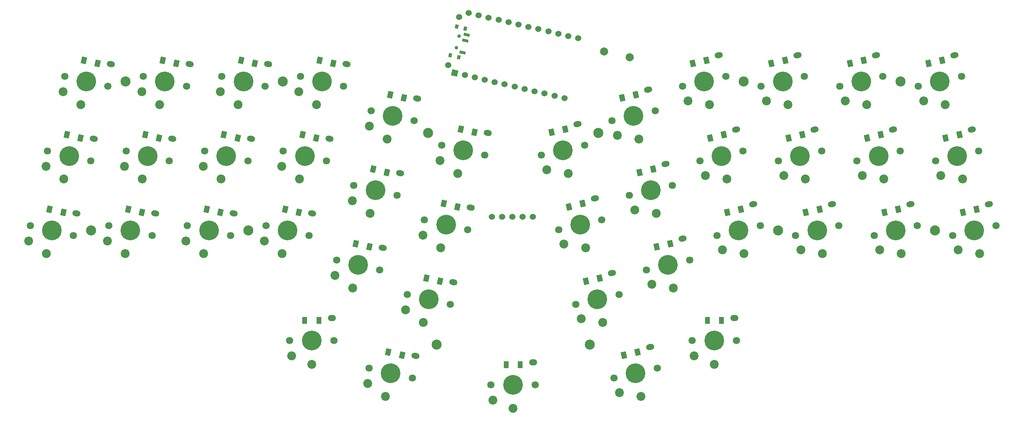
<source format=gbs>
G04 #@! TF.GenerationSoftware,KiCad,Pcbnew,(6.0.8-1)-1*
G04 #@! TF.CreationDate,2023-02-22T13:24:55+02:00*
G04 #@! TF.ProjectId,r41l2,7234316c-322e-46b6-9963-61645f706362,rev?*
G04 #@! TF.SameCoordinates,Original*
G04 #@! TF.FileFunction,Soldermask,Bot*
G04 #@! TF.FilePolarity,Negative*
%FSLAX46Y46*%
G04 Gerber Fmt 4.6, Leading zero omitted, Abs format (unit mm)*
G04 Created by KiCad (PCBNEW (6.0.8-1)-1) date 2023-02-22 13:24:55*
%MOMM*%
%LPD*%
G01*
G04 APERTURE LIST*
G04 Aperture macros list*
%AMHorizOval*
0 Thick line with rounded ends*
0 $1 width*
0 $2 $3 position (X,Y) of the first rounded end (center of the circle)*
0 $4 $5 position (X,Y) of the second rounded end (center of the circle)*
0 Add line between two ends*
20,1,$1,$2,$3,$4,$5,0*
0 Add two circle primitives to create the rounded ends*
1,1,$1,$2,$3*
1,1,$1,$4,$5*%
%AMRotRect*
0 Rectangle, with rotation*
0 The origin of the aperture is its center*
0 $1 length*
0 $2 width*
0 $3 Rotation angle, in degrees counterclockwise*
0 Add horizontal line*
21,1,$1,$2,0,0,$3*%
G04 Aperture macros list end*
%ADD10R,1.300000X1.700000*%
%ADD11C,2.500000*%
%ADD12O,2.000000X1.500000*%
%ADD13C,1.800000*%
%ADD14C,4.900000*%
%ADD15C,2.200000*%
%ADD16C,1.524000*%
%ADD17RotRect,1.524000X1.524000X347.000000*%
%ADD18HorizOval,1.500000X0.243593X-0.056238X-0.243593X0.056238X0*%
%ADD19RotRect,1.300000X1.700000X167.000000*%
%ADD20RotRect,1.300000X1.700000X193.000000*%
%ADD21HorizOval,1.500000X0.243593X0.056238X-0.243593X-0.056238X0*%
%ADD22C,2.000000*%
%ADD23C,0.900000*%
%ADD24RotRect,0.700000X1.500000X77.000000*%
%ADD25RotRect,1.000000X0.800000X77.000000*%
G04 APERTURE END LIST*
D10*
X147707283Y-71310418D03*
X144207283Y-71310418D03*
D11*
X80226390Y-37992954D03*
X167100724Y-13789101D03*
X88774530Y-966891D03*
X124813846Y-13789101D03*
X211688180Y-37992954D03*
X164957284Y-66310642D03*
X41226834Y-37992954D03*
X126957285Y-66310642D03*
X49774974Y-966891D03*
X250687736Y-37992954D03*
X242139596Y-966891D03*
X203140040Y-966891D03*
D12*
X150957285Y-70760419D03*
D13*
X151457285Y-76310419D03*
D14*
X145957285Y-76310419D03*
D13*
X140457285Y-76310419D03*
D15*
X140957285Y-80110419D03*
X145957285Y-82210419D03*
D10*
X197673144Y-60326672D03*
X194173144Y-60326672D03*
D13*
X190423139Y-65326673D03*
D14*
X195923139Y-65326673D03*
D12*
X200923139Y-59776673D03*
D13*
X201423139Y-65326673D03*
D15*
X190923139Y-69126673D03*
X195923139Y-71226673D03*
D12*
X100991426Y-59776672D03*
D13*
X101491426Y-65326672D03*
D14*
X95991426Y-65326672D03*
D13*
X90491426Y-65326672D03*
D15*
X90991426Y-69126672D03*
X95991426Y-71226672D03*
D10*
X97741427Y-60326673D03*
X94241427Y-60326673D03*
D16*
X129849345Y3115159D03*
D17*
X131486440Y1173118D03*
D16*
X133961340Y601742D03*
X136436240Y30367D03*
X138911140Y-541009D03*
X141386040Y-1112385D03*
X143860940Y-1683760D03*
X146335840Y-2255136D03*
X148810740Y-2826512D03*
X151285640Y-3397887D03*
X153760540Y-3969263D03*
X156235440Y-4540639D03*
X158710340Y-5112014D03*
X162138594Y9737385D03*
X159663694Y10308761D03*
X157188794Y10880137D03*
X154713894Y11451512D03*
X152238994Y12022888D03*
X149764094Y12594264D03*
X147289194Y13165639D03*
X144814294Y13737015D03*
X142339394Y14308391D03*
X139864494Y14879766D03*
X137389594Y15451142D03*
X134914694Y16022518D03*
X132591949Y14994678D03*
D14*
X129302915Y-36576199D03*
D13*
X134661950Y-37813430D03*
X123943880Y-35338968D03*
D18*
X135423244Y-32293200D03*
D15*
X123576251Y-39154050D03*
X127975704Y-42324982D03*
D19*
X132132824Y-32098013D03*
X128722528Y-31310685D03*
X127858752Y-50611044D03*
X124448456Y-49823716D03*
D18*
X131149174Y-50806229D03*
D13*
X119669810Y-53851997D03*
D14*
X125028845Y-55089228D03*
D13*
X130387880Y-56326459D03*
D15*
X119302181Y-57667079D03*
X123701634Y-60838011D03*
D13*
X138936021Y-19300401D03*
X128217951Y-16825939D03*
D14*
X133576986Y-18063170D03*
D18*
X139697315Y-13780171D03*
D15*
X127850322Y-20641021D03*
X132249775Y-23811953D03*
D19*
X136406895Y-13584982D03*
X132996599Y-12797654D03*
X114606534Y-23549872D03*
X111196238Y-22762544D03*
D14*
X111776633Y-28028057D03*
D18*
X117896962Y-23745058D03*
D13*
X117135668Y-29265288D03*
X106417598Y-26790826D03*
D15*
X106049969Y-30605908D03*
X110449422Y-33776840D03*
D19*
X110332467Y-42062908D03*
X106922171Y-41275580D03*
D13*
X112861599Y-47778324D03*
X102143529Y-45303862D03*
D14*
X107502564Y-46541093D03*
D18*
X113622893Y-42258094D03*
D15*
X101775900Y-49118944D03*
X106175353Y-52289876D03*
D19*
X118880605Y-5036840D03*
X115470309Y-4249512D03*
D13*
X121409738Y-10752262D03*
X110691668Y-8277800D03*
D14*
X116050703Y-9515031D03*
D18*
X122171032Y-5232032D03*
D15*
X110324039Y-12092882D03*
X114723492Y-15263814D03*
D14*
X89976278Y-37992952D03*
D18*
X96096607Y-33709953D03*
D13*
X95335313Y-39230183D03*
X84617243Y-36755721D03*
D15*
X84249614Y-40570803D03*
X88649067Y-43741735D03*
D19*
X92806181Y-33514765D03*
X89395885Y-32727437D03*
D18*
X104644748Y3316109D03*
D13*
X93165384Y270341D03*
X103883454Y-2204121D03*
D14*
X98524419Y-966890D03*
D15*
X92797755Y-3544741D03*
X97197208Y-6715673D03*
D19*
X101354322Y3511298D03*
X97944026Y4298626D03*
D13*
X88891314Y-18242690D03*
D14*
X94250349Y-19479921D03*
D13*
X99609384Y-20717152D03*
D18*
X100370678Y-15196922D03*
D15*
X88523685Y-22057772D03*
X92923138Y-25228704D03*
D19*
X97080251Y-15001730D03*
X93669955Y-14214402D03*
D14*
X79024642Y-966889D03*
D18*
X85144971Y3316110D03*
D13*
X73665607Y270342D03*
X84383677Y-2204120D03*
D15*
X73297978Y-3544740D03*
X77697431Y-6715672D03*
D19*
X81854544Y3511296D03*
X78444248Y4298624D03*
D13*
X80109602Y-20717150D03*
D14*
X74750567Y-19479919D03*
D13*
X69391532Y-18242688D03*
D18*
X80870896Y-15196920D03*
D15*
X69023903Y-22057770D03*
X73423356Y-25228702D03*
D19*
X77580474Y-15001733D03*
X74170178Y-14214405D03*
D14*
X70476498Y-37992950D03*
D13*
X75835533Y-39230181D03*
X65117463Y-36755719D03*
D18*
X76596827Y-33709951D03*
D15*
X64749834Y-40570801D03*
X69149287Y-43741733D03*
D19*
X73306404Y-33514764D03*
X69896108Y-32727436D03*
D13*
X49891757Y-18242689D03*
D14*
X55250792Y-19479920D03*
D13*
X60609827Y-20717151D03*
D18*
X61371121Y-15196921D03*
D15*
X49524128Y-22057771D03*
X53923581Y-25228703D03*
D19*
X58080696Y-15001733D03*
X54670400Y-14214405D03*
D18*
X65645193Y3316113D03*
D14*
X59524864Y-966886D03*
D13*
X64883899Y-2204117D03*
X54165829Y270345D03*
D15*
X53798200Y-3544737D03*
X58197653Y-6715669D03*
D19*
X62354766Y3511297D03*
X58944470Y4298625D03*
X53806627Y-33514765D03*
X50396331Y-32727437D03*
D18*
X57097050Y-33709949D03*
D14*
X50976721Y-37992948D03*
D13*
X56335756Y-39230179D03*
X45617686Y-36755717D03*
D15*
X45250057Y-40570799D03*
X49649510Y-43741731D03*
D13*
X41110045Y-20717150D03*
X30391975Y-18242688D03*
D18*
X41871339Y-15196920D03*
D14*
X35751010Y-19479919D03*
D15*
X30024346Y-22057770D03*
X34423799Y-25228702D03*
D19*
X34306847Y-33514765D03*
X30896551Y-32727437D03*
D18*
X37597270Y-33709949D03*
D13*
X26117906Y-36755717D03*
D14*
X31476941Y-37992948D03*
D13*
X36835976Y-39230179D03*
D15*
X25750277Y-40570799D03*
X30149730Y-43741731D03*
D13*
X34666045Y270340D03*
X45384115Y-2204122D03*
D14*
X40025080Y-966891D03*
D18*
X46145409Y3316108D03*
D15*
X34298416Y-3544742D03*
X38697869Y-6715674D03*
D19*
X42854989Y3511298D03*
X39444693Y4298626D03*
X118393637Y-68951933D03*
X114983341Y-68164605D03*
D14*
X115563736Y-73430120D03*
D13*
X120922771Y-74667351D03*
D18*
X121684065Y-69147121D03*
D13*
X110204701Y-72192889D03*
D15*
X109837072Y-76007971D03*
X114236525Y-79178903D03*
D20*
X176836986Y-68186362D03*
X173426690Y-68973690D03*
D21*
X179974207Y-66897609D03*
D13*
X170991800Y-74667349D03*
D14*
X176350835Y-73430118D03*
D13*
X181709870Y-72192887D03*
D15*
X172333799Y-78257480D03*
X177678046Y-79178901D03*
D19*
X38580918Y-15001733D03*
X35170622Y-14214405D03*
D13*
X255078590Y-39230186D03*
D21*
X264060997Y-31460446D03*
D13*
X265796660Y-36755724D03*
D14*
X260437625Y-37992955D03*
D15*
X256420589Y-42820317D03*
X261764836Y-43741738D03*
D20*
X261018018Y-32727437D03*
X257607722Y-33514765D03*
D21*
X236013079Y5565622D03*
D13*
X227030672Y-2204118D03*
X237748742Y270344D03*
D14*
X232389707Y-966887D03*
D15*
X228372671Y-5794249D03*
X233716918Y-6715670D03*
D20*
X232970102Y4298626D03*
X229559806Y3511298D03*
D13*
X246296883Y-36755722D03*
X235578813Y-39230184D03*
D21*
X244561220Y-31460444D03*
D14*
X240937848Y-37992953D03*
D15*
X236920812Y-42820315D03*
X242265059Y-43741736D03*
D20*
X241518240Y-32727436D03*
X238107944Y-33514764D03*
D14*
X236663778Y-19479921D03*
D13*
X242022813Y-18242690D03*
D21*
X240287150Y-12947412D03*
D13*
X231304743Y-20717152D03*
D15*
X232646742Y-24307283D03*
X237990989Y-25228704D03*
D20*
X237244169Y-14214403D03*
X233833873Y-15001731D03*
D13*
X257248520Y270341D03*
D21*
X255512857Y5565619D03*
D14*
X251889485Y-966890D03*
D13*
X246530450Y-2204121D03*
D15*
X247872449Y-5794252D03*
X253216696Y-6715673D03*
D20*
X252469878Y4298625D03*
X249059582Y3511297D03*
D13*
X250804521Y-20717148D03*
D14*
X256163556Y-19479917D03*
D13*
X261522591Y-18242686D03*
D21*
X259786928Y-12947408D03*
D15*
X252146520Y-24307279D03*
X257490767Y-25228700D03*
D20*
X256743947Y-14214405D03*
X253333651Y-15001733D03*
D21*
X220787371Y-12947411D03*
D13*
X211804964Y-20717151D03*
D14*
X217163999Y-19479920D03*
D13*
X222523034Y-18242689D03*
D15*
X213146963Y-24307282D03*
X218491210Y-25228703D03*
D20*
X217744392Y-14214407D03*
X214334096Y-15001735D03*
D13*
X216079035Y-39230182D03*
D14*
X221438070Y-37992951D03*
D13*
X226797105Y-36755720D03*
D21*
X225061442Y-31460442D03*
D15*
X217421034Y-42820313D03*
X222765281Y-43741734D03*
D20*
X222018461Y-32727436D03*
X218608165Y-33514764D03*
X213470322Y4298624D03*
X210060026Y3511296D03*
D21*
X216513302Y5565620D03*
D14*
X212889930Y-966889D03*
D13*
X218248965Y270342D03*
X207530895Y-2204120D03*
D15*
X208872894Y-5794251D03*
X214217141Y-6715672D03*
D13*
X188031116Y-2204123D03*
D14*
X193390151Y-966892D03*
D21*
X197013523Y5565617D03*
D13*
X198749186Y270339D03*
D15*
X189373115Y-5794254D03*
X194717362Y-6715675D03*
D20*
X193970546Y4298628D03*
X190560250Y3511300D03*
D13*
X192305185Y-20717151D03*
D14*
X197664220Y-19479920D03*
D21*
X201287592Y-12947411D03*
D13*
X203023255Y-18242689D03*
D15*
X193647184Y-24307282D03*
X198991431Y-25228703D03*
D20*
X198244614Y-14214403D03*
X194834318Y-15001731D03*
D14*
X201938291Y-37992953D03*
D21*
X205561663Y-31460444D03*
D13*
X196579256Y-39230184D03*
X207297326Y-36755722D03*
D15*
X197921255Y-42820315D03*
X203265502Y-43741736D03*
D20*
X202518683Y-32727437D03*
X199108387Y-33514765D03*
X184992401Y-41275577D03*
X181582105Y-42062905D03*
D21*
X188035377Y-40008582D03*
D13*
X179052970Y-47778322D03*
D14*
X184412005Y-46541091D03*
D13*
X189771040Y-45303860D03*
D15*
X180394969Y-51368453D03*
X185739216Y-52289874D03*
D13*
X181222900Y-8277799D03*
X170504830Y-10752261D03*
D14*
X175863865Y-9515030D03*
D21*
X179487237Y-2982521D03*
D15*
X171846829Y-14342392D03*
X177191076Y-15263813D03*
D20*
X176444258Y-4249515D03*
X173033962Y-5036843D03*
X180718329Y-22762544D03*
X177308033Y-23549872D03*
D21*
X183761308Y-21495548D03*
D13*
X185496971Y-26790826D03*
D14*
X180137936Y-28028057D03*
D13*
X174778901Y-29265288D03*
D15*
X176120900Y-32855419D03*
X181465147Y-33776840D03*
D20*
X163192045Y-31310687D03*
X159781749Y-32098015D03*
D13*
X167970689Y-35338969D03*
D21*
X166235026Y-30043691D03*
D14*
X162611654Y-36576200D03*
D13*
X157252619Y-37813431D03*
D15*
X158594618Y-41403562D03*
X163938865Y-42324983D03*
D20*
X167466117Y-49823716D03*
X164055821Y-50611044D03*
D13*
X161526688Y-56326464D03*
D14*
X166885723Y-55089233D03*
D21*
X170509095Y-48556724D03*
D13*
X172244758Y-53852002D03*
D15*
X162868687Y-59916595D03*
X168212934Y-60838016D03*
D20*
X158917976Y-12797654D03*
X155507680Y-13584982D03*
D21*
X161960954Y-11530657D03*
D14*
X158337582Y-18063166D03*
D13*
X152978547Y-19300397D03*
X163696617Y-16825935D03*
D15*
X154320546Y-22890528D03*
X159664793Y-23811949D03*
D22*
X174900000Y5000000D03*
X168566594Y6462182D03*
D16*
X150813654Y-34630174D03*
X148273654Y-34630174D03*
X145733654Y-34630174D03*
X143193654Y-34630174D03*
X140653654Y-34630174D03*
D23*
X132548034Y10287924D03*
X131873180Y7364814D03*
D24*
X133409615Y6240372D03*
X134084468Y9163482D03*
X134421894Y10625037D03*
D25*
X130317729Y5517364D03*
X132461343Y5022472D03*
X134103485Y12135374D03*
X131959871Y12630266D03*
M02*

</source>
